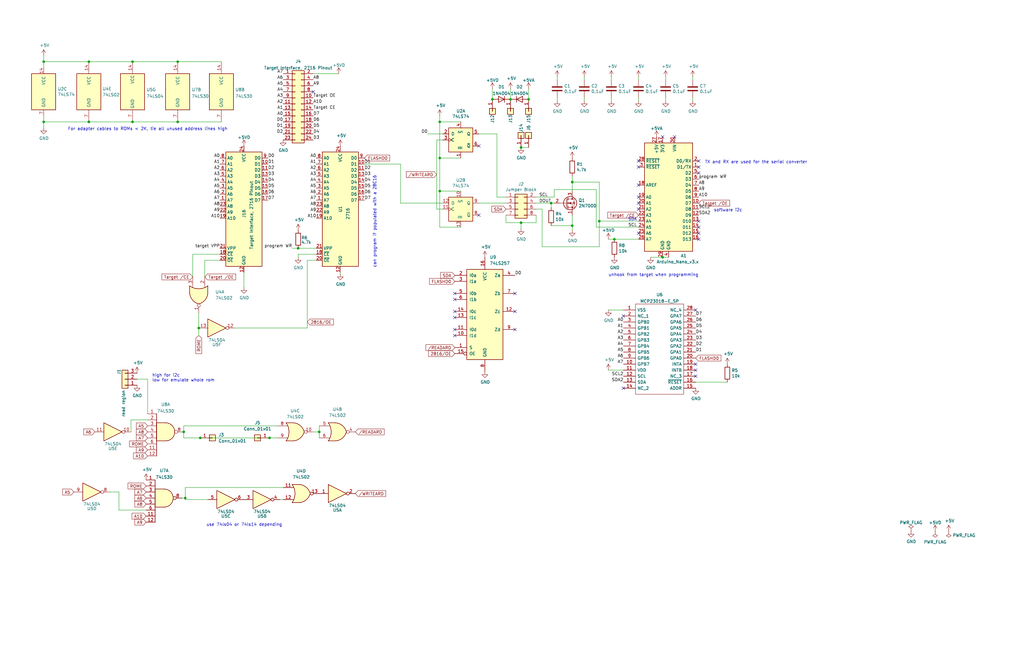
<source format=kicad_sch>
(kicad_sch (version 20211123) (generator eeschema)
  (paper "B")
  (title_block (title "Demon Debugger ROM-IO Interface - I2C Version") (date "2022-02-27") (rev "E"))
  (junction (at 241.3 95.25))
  (junction (at 55.88 26.035))
  (junction (at 252.73 93.345))
  (junction (at 55.88 51.435))
  (junction (at 125.73 104.775))
  (junction (at 215.265 41.91))
  (junction (at 219.71 62.23))
  (junction (at 232.41 85.725))
  (junction (at 18.415 26.035))
  (junction (at 185.42 66.675))
  (junction (at 259.08 100.965))
  (junction (at 279.4 108.585))
  (junction (at 84.455 184.785))
  (junction (at 185.42 80.645))
  (junction (at 74.93 51.435))
  (junction (at 37.465 26.035))
  (junction (at 37.465 51.435))
  (junction (at 74.93 26.035))
  (junction (at 18.415 51.435))
  (junction (at 78.105 210.185))
  (junction (at 207.645 41.91))
  (junction (at 241.3 76.835))
  (junction (at 185.42 51.435))
  (junction (at 219.71 93.98))
  (junction (at 113.665 184.785))
  (junction (at 222.885 41.91))
  (junction (at 77.47 182.245))
  (junction (at 83.82 138.43))
  (junction (at 134.62 182.245))
  (no_connect (at 201.93 61.595))
  (no_connect (at 279.4 57.785))
  (no_connect (at 132.08 38.735))
  (no_connect (at 293.37 153.67))
  (no_connect (at 262.89 163.83))
  (no_connect (at 294.64 93.345))
  (no_connect (at 269.24 67.945))
  (no_connect (at 284.48 57.785))
  (no_connect (at 293.37 156.21))
  (no_connect (at 269.24 70.485))
  (no_connect (at 191.77 123.825))
  (no_connect (at 191.77 126.365))
  (no_connect (at 217.17 123.825))
  (no_connect (at 191.77 131.445))
  (no_connect (at 191.77 133.985))
  (no_connect (at 217.17 131.445))
  (no_connect (at 191.77 139.065))
  (no_connect (at 191.77 141.605))
  (no_connect (at 217.17 139.065))
  (no_connect (at 294.64 70.485))
  (no_connect (at 294.64 98.425))
  (no_connect (at 269.24 78.105))
  (no_connect (at 269.24 88.265))
  (no_connect (at 269.24 85.725))
  (no_connect (at 269.24 83.185))
  (no_connect (at 269.24 98.425))
  (no_connect (at 294.64 95.885))
  (no_connect (at 294.64 67.945))
  (no_connect (at 294.64 100.965))
  (no_connect (at 262.89 133.35))
  (no_connect (at 294.64 73.025))
  (no_connect (at 293.37 130.81))
  (no_connect (at 201.93 90.805))
  (no_connect (at 293.37 158.75))
  (wire (pts (xy 256.54 100.965) (xy 259.08 100.965)))
  (wire (pts (xy 292.1 41.275) (xy 292.1 42.545)))
  (wire (pts (xy 252.73 76.835) (xy 252.73 93.345)))
  (wire (pts (xy 81.28 116.84) (xy 81.28 107.315)))
  (wire (pts (xy 201.93 56.515) (xy 209.55 56.515)))
  (wire (pts (xy 232.41 85.725) (xy 232.41 87.63)))
  (wire (pts (xy 185.42 66.675) (xy 194.31 66.675)))
  (wire (pts (xy 168.91 69.215) (xy 168.91 85.725)))
  (wire (pts (xy 233.68 83.185) (xy 233.68 80.01)))
  (wire (pts (xy 219.71 62.23) (xy 222.885 62.23)))
  (wire (pts (xy 292.1 32.385) (xy 292.1 33.655)))
  (wire (pts (xy 93.345 51.435) (xy 74.93 51.435)))
  (wire (pts (xy 256.54 156.21) (xy 262.89 156.21)))
  (wire (pts (xy 280.67 41.275) (xy 280.67 42.545)))
  (wire (pts (xy 55.88 26.035) (xy 37.465 26.035)))
  (wire (pts (xy 118.11 210.82) (xy 119.38 210.82)))
  (wire (pts (xy 37.465 26.035) (xy 18.415 26.035)))
  (wire (pts (xy 234.95 32.385) (xy 234.95 33.655)))
  (wire (pts (xy 74.93 51.435) (xy 55.88 51.435)))
  (wire (pts (xy 213.36 93.98) (xy 219.71 93.98)))
  (wire (pts (xy 215.265 37.465) (xy 215.265 41.91)))
  (wire (pts (xy 184.15 59.055) (xy 184.15 88.265)))
  (wire (pts (xy 219.71 93.98) (xy 226.06 93.98)))
  (wire (pts (xy 185.42 48.895) (xy 185.42 51.435)))
  (wire (pts (xy 241.3 76.835) (xy 241.3 80.645)))
  (wire (pts (xy 213.36 83.185) (xy 209.55 83.185)))
  (wire (pts (xy 134.62 182.245) (xy 134.62 179.705)))
  (wire (pts (xy 226.06 90.805) (xy 226.06 93.98)))
  (wire (pts (xy 133.35 109.855) (xy 129.54 109.855)))
  (wire (pts (xy 226.06 83.185) (xy 233.68 83.185)))
  (wire (pts (xy 86.36 109.855) (xy 92.71 109.855)))
  (wire (pts (xy 77.47 184.785) (xy 84.455 184.785)))
  (wire (pts (xy 280.67 32.385) (xy 280.67 33.655)))
  (wire (pts (xy 62.23 160.02) (xy 62.23 174.625)))
  (wire (pts (xy 87.63 210.82) (xy 78.105 210.82)))
  (wire (pts (xy 50.165 215.265) (xy 61.595 215.265)))
  (wire (pts (xy 234.95 41.275) (xy 234.95 42.545)))
  (wire (pts (xy 132.08 182.245) (xy 134.62 182.245)))
  (wire (pts (xy 62.23 177.165) (xy 55.245 177.165)))
  (wire (pts (xy 228.6 88.265) (xy 228.6 104.14)))
  (wire (pts (xy 241.3 76.835) (xy 252.73 76.835)))
  (wire (pts (xy 184.15 88.265) (xy 186.69 88.265)))
  (wire (pts (xy 180.34 56.515) (xy 186.69 56.515)))
  (wire (pts (xy 269.24 41.275) (xy 269.24 42.545)))
  (wire (pts (xy 86.36 116.84) (xy 86.36 109.855)))
  (wire (pts (xy 76.835 210.185) (xy 78.105 210.185)))
  (wire (pts (xy 50.165 207.645) (xy 50.165 215.265)))
  (wire (pts (xy 257.81 32.385) (xy 257.81 33.655)))
  (wire (pts (xy 257.81 41.275) (xy 257.81 42.545)))
  (wire (pts (xy 18.415 48.895) (xy 18.415 51.435)))
  (wire (pts (xy 251.46 80.01) (xy 251.46 95.885)))
  (wire (pts (xy 222.885 37.465) (xy 222.885 41.91)))
  (wire (pts (xy 269.24 93.345) (xy 252.73 93.345)))
  (wire (pts (xy 99.06 138.43) (xy 129.54 138.43)))
  (wire (pts (xy 168.91 85.725) (xy 186.69 85.725)))
  (wire (pts (xy 81.28 107.315) (xy 92.71 107.315)))
  (wire (pts (xy 132.08 31.115) (xy 142.875 31.115)))
  (wire (pts (xy 77.47 182.245) (xy 77.47 184.785)))
  (wire (pts (xy 246.38 32.385) (xy 246.38 33.655)))
  (wire (pts (xy 55.245 177.165) (xy 55.245 182.245)))
  (wire (pts (xy 123.19 104.775) (xy 125.73 104.775)))
  (wire (pts (xy 184.15 59.055) (xy 186.69 59.055)))
  (wire (pts (xy 232.41 85.725) (xy 233.68 85.725)))
  (wire (pts (xy 113.665 184.785) (xy 116.84 184.785)))
  (wire (pts (xy 251.46 95.885) (xy 269.24 95.885)))
  (wire (pts (xy 185.42 66.675) (xy 185.42 80.645)))
  (wire (pts (xy 57.785 160.02) (xy 62.23 160.02)))
  (wire (pts (xy 241.3 74.295) (xy 241.3 76.835)))
  (wire (pts (xy 185.42 51.435) (xy 194.31 51.435)))
  (wire (pts (xy 18.415 26.035) (xy 18.415 28.575)))
  (wire (pts (xy 279.4 108.585) (xy 281.94 108.585)))
  (wire (pts (xy 185.42 51.435) (xy 185.42 66.675)))
  (wire (pts (xy 134.62 182.245) (xy 134.62 184.785)))
  (wire (pts (xy 84.455 184.785) (xy 113.665 184.785)))
  (wire (pts (xy 125.73 104.775) (xy 133.35 104.775)))
  (wire (pts (xy 129.54 109.855) (xy 129.54 138.43)))
  (wire (pts (xy 269.24 32.385) (xy 269.24 33.655)))
  (wire (pts (xy 18.415 51.435) (xy 18.415 53.975)))
  (wire (pts (xy 78.105 210.185) (xy 78.105 210.82)))
  (wire (pts (xy 185.42 80.645) (xy 194.31 80.645)))
  (wire (pts (xy 293.37 161.29) (xy 306.705 161.29)))
  (wire (pts (xy 226.06 88.265) (xy 228.6 88.265)))
  (wire (pts (xy 274.32 108.585) (xy 279.4 108.585)))
  (wire (pts (xy 252.73 93.345) (xy 252.73 104.14)))
  (wire (pts (xy 77.47 179.705) (xy 77.47 182.245)))
  (wire (pts (xy 46.355 207.645) (xy 50.165 207.645)))
  (wire (pts (xy 233.68 80.01) (xy 251.46 80.01)))
  (wire (pts (xy 55.88 51.435) (xy 37.465 51.435)))
  (wire (pts (xy 209.55 83.185) (xy 209.55 56.515)))
  (wire (pts (xy 125.73 107.315) (xy 133.35 107.315)))
  (wire (pts (xy 201.93 85.725) (xy 213.36 85.725)))
  (wire (pts (xy 116.84 179.705) (xy 77.47 179.705)))
  (wire (pts (xy 241.3 90.805) (xy 241.3 95.25)))
  (wire (pts (xy 143.51 114.935) (xy 143.51 115.57)))
  (wire (pts (xy 83.82 132.08) (xy 83.82 138.43)))
  (wire (pts (xy 102.87 121.285) (xy 102.87 114.935)))
  (wire (pts (xy 153.67 69.215) (xy 168.91 69.215)))
  (wire (pts (xy 78.105 205.74) (xy 78.105 210.185)))
  (wire (pts (xy 232.41 95.25) (xy 241.3 95.25)))
  (wire (pts (xy 74.93 26.035) (xy 55.88 26.035)))
  (wire (pts (xy 246.38 41.275) (xy 246.38 42.545)))
  (wire (pts (xy 259.08 100.965) (xy 269.24 100.965)))
  (wire (pts (xy 185.42 80.645) (xy 185.42 95.885)))
  (wire (pts (xy 18.415 23.495) (xy 18.415 26.035)))
  (wire (pts (xy 228.6 104.14) (xy 252.73 104.14)))
  (wire (pts (xy 207.645 41.91) (xy 207.645 37.465)))
  (wire (pts (xy 37.465 51.435) (xy 18.415 51.435)))
  (wire (pts (xy 226.06 85.725) (xy 232.41 85.725)))
  (wire (pts (xy 219.71 93.98) (xy 219.71 96.52)))
  (wire (pts (xy 241.3 95.25) (xy 241.3 97.155)))
  (wire (pts (xy 256.54 130.81) (xy 262.89 130.81)))
  (wire (pts (xy 83.82 138.43) (xy 83.82 141.605)))
  (wire (pts (xy 213.36 90.805) (xy 213.36 93.98)))
  (wire (pts (xy 78.105 205.74) (xy 119.38 205.74)))
  (wire (pts (xy 185.42 95.885) (xy 194.31 95.885)))
  (wire (pts (xy 125.73 108.585) (xy 125.73 107.315)))
  (wire (pts (xy 93.345 26.035) (xy 74.93 26.035)))
  (text "TX and RX are used for the serial converter" (at 297.18 69.215 0) (effects (font (size 1.27 1.27)) (justify left bottom)))
  (text "For adapter cables to ROMs < 2K, tie all unused address lines high" (at 28.575 55.245 0) (effects (font (size 1.27 1.27)) (justify left bottom)))
  (text "can program if populated with a 28C16" (at 158.75 113.03 90) (effects (font (size 1.27 1.27)) (justify left bottom)))
  (text "high for i2c\nlow for emulate whole rom" (at 64.135 161.29 0) (effects (font (size 1.27 1.27)) (justify left bottom)))
  (text "use 74ls04 or 74ls14 depending" (at 86.995 222.25 0) (effects (font (size 1.27 1.27)) (justify left bottom)))
  (text "SDA" (at 264.795 93.345 0) (effects (font (size 1.27 1.27)) (justify left bottom)))
  (text "unhook from target when programming" (at 256.54 116.84 0) (effects (font (size 1.27 1.27)) (justify left bottom)))
  (text "software i2c" (at 300.99 89.535 0) (effects (font (size 1.27 1.27)) (justify left bottom)))
  (label "D4" (at 293.37 140.97 0))
  (label "A5" (at 92.71 79.375 180))
  (label "target VPP" (at 92.71 104.775 180))
  (label "A4" (at 133.35 76.835 180))
  (label "A10" (at 133.35 92.075 180))
  (label "A9" (at 92.71 89.535 180))
  (label "D6" (at 153.67 81.915 0))
  (label "A10" (at 92.71 92.075 180))
  (label "A10" (at 294.64 83.185 0))
  (label "D2" (at 153.67 71.755 0))
  (label "D6" (at 293.37 135.89 0))
  (label "D7" (at 153.67 84.455 0))
  (label "A9" (at 294.64 80.645 0))
  (label "A6" (at 92.71 81.915 180))
  (label "D1" (at 119.38 53.975 180))
  (label "Target CE" (at 132.08 46.355 0))
  (label "program WR" (at 123.19 104.775 180))
  (label "A1" (at 133.35 69.215 180))
  (label "D4" (at 113.03 76.835 0))
  (label "A1" (at 92.71 69.215 180))
  (label "A3" (at 262.89 143.51 180))
  (label "A1" (at 262.89 138.43 180))
  (label "A4" (at 119.38 38.735 180))
  (label "A8" (at 132.08 33.655 0))
  (label "A3" (at 133.35 74.295 180))
  (label "D2" (at 119.38 56.515 180))
  (label "D0" (at 119.38 51.435 180))
  (label "D3" (at 113.03 74.295 0))
  (label "SCL2" (at 294.64 88.265 0))
  (label "A7" (at 119.38 31.115 180))
  (label "D7" (at 113.03 84.455 0))
  (label "A2" (at 119.38 43.815 180))
  (label "A7" (at 133.35 84.455 180))
  (label "SDA2" (at 262.89 161.29 180))
  (label "A2" (at 92.71 71.755 180))
  (label "A6" (at 133.35 81.915 180))
  (label "D5" (at 113.03 79.375 0))
  (label "D4" (at 153.67 76.835 0))
  (label "D7" (at 293.37 133.35 0))
  (label "D0" (at 113.03 66.675 0))
  (label "D6" (at 132.08 51.435 0))
  (label "DOUT" (at 227.33 85.725 0))
  (label "A3" (at 119.38 41.275 180))
  (label "A2" (at 133.35 71.755 180))
  (label "A0" (at 133.35 66.675 180))
  (label "A3" (at 92.71 74.295 180))
  (label "A2" (at 262.89 140.97 180))
  (label "A4" (at 262.89 146.05 180))
  (label "SDA2" (at 294.64 90.805 0))
  (label "A5" (at 133.35 79.375 180))
  (label "D5" (at 293.37 138.43 0))
  (label "A8" (at 294.64 78.105 0))
  (label "A10" (at 132.08 43.815 0))
  (label "A9" (at 133.35 89.535 180))
  (label "D2" (at 113.03 71.755 0))
  (label "Target OE" (at 132.08 41.275 0))
  (label "D0" (at 217.17 116.205 0))
  (label "A7" (at 92.71 84.455 180))
  (label "A0" (at 262.89 135.89 180))
  (label "D3" (at 132.08 59.055 0))
  (label "D3" (at 153.67 74.295 0))
  (label "A1" (at 119.38 46.355 180))
  (label "A7" (at 262.89 153.67 180))
  (label "A0" (at 119.38 48.895 180))
  (label "A5" (at 262.89 148.59 180))
  (label "D7" (at 132.08 48.895 0))
  (label "A8" (at 133.35 86.995 180))
  (label "D6" (at 113.03 81.915 0))
  (label "D5" (at 132.08 53.975 0))
  (label "D1" (at 113.03 69.215 0))
  (label "A0" (at 92.71 66.675 180))
  (label "D1" (at 293.37 148.59 0))
  (label "D4" (at 132.08 56.515 0))
  (label "SCL" (at 268.605 95.885 180))
  (label "D5" (at 153.67 79.375 0))
  (label "A4" (at 92.71 76.835 180))
  (label "A6" (at 262.89 151.13 180))
  (label "A6" (at 119.38 33.655 180))
  (label "A9" (at 132.08 36.195 0))
  (label "D3" (at 293.37 143.51 0))
  (label "D0" (at 180.34 56.515 180))
  (label "SCL" (at 227.33 83.185 0))
  (label "D1" (at 153.67 69.215 0))
  (label "A8" (at 92.71 86.995 180))
  (label "SCL2" (at 262.89 158.75 180))
  (label "program WR" (at 294.64 75.565 0))
  (label "A5" (at 119.38 36.195 180))
  (label "D2" (at 293.37 146.05 0))
  (global_label "{slash}READARD" (shape input) (at 191.77 146.685 180) (property "Intersheet References" "${INTERSHEET_REFS}" (effects hide)))
  (global_label "ROME" (shape input) (at 62.23 187.325 180) (property "Intersheet References" "${INTERSHEET_REFS}" (effects hide)))
  (global_label "ROME" (shape input) (at 61.595 205.105 180) (property "Intersheet References" "${INTERSHEET_REFS}" (effects hide)))
  (global_label "A7" (shape input) (at 62.23 184.785 180) (property "Intersheet References" "${INTERSHEET_REFS}" (effects hide)))
  (global_label "FLASHD0" (shape input) (at 293.37 151.13 0) (property "Intersheet References" "${INTERSHEET_REFS}" (effects hide)))
  (global_label "FLASHD0" (shape input) (at 153.67 66.675 0) (property "Intersheet References" "${INTERSHEET_REFS}" (effects hide)))
  (global_label "{slash}WRITEARD" (shape input) (at 184.15 73.66 180) (property "Intersheet References" "${INTERSHEET_REFS}" (effects hide)))
  (global_label "ROME" (shape input) (at 83.82 141.605 270) (property "Intersheet References" "${INTERSHEET_REFS}" (effects hide)))
  (global_label "Target {slash}CE" (shape input) (at 269.24 90.805 180) (property "Intersheet References" "${INTERSHEET_REFS}" (effects hide)))
  (global_label "{slash}READARD" (shape input) (at 149.86 182.245 0) (property "Intersheet References" "${INTERSHEET_REFS}" (effects hide)))
  (global_label "Target {slash}OE" (shape input) (at 86.36 116.84 0) (property "Intersheet References" "${INTERSHEET_REFS}" (effects hide)))
  (global_label "2816{slash}OE" (shape input) (at 129.54 135.89 0) (property "Intersheet References" "${INTERSHEET_REFS}" (effects hide)))
  (global_label "A10" (shape input) (at 62.23 192.405 180) (property "Intersheet References" "${INTERSHEET_REFS}" (effects hide)))
  (global_label "A8" (shape input) (at 62.23 182.245 180) (property "Intersheet References" "${INTERSHEET_REFS}" (effects hide)))
  (global_label "A5" (shape input) (at 31.115 207.645 180) (property "Intersheet References" "${INTERSHEET_REFS}" (effects hide)))
  (global_label "A5" (shape input) (at 62.23 179.705 180) (property "Intersheet References" "${INTERSHEET_REFS}" (effects hide)))
  (global_label "A9" (shape input) (at 62.23 189.865 180) (property "Intersheet References" "${INTERSHEET_REFS}" (effects hide)))
  (global_label "A6" (shape input) (at 40.005 182.245 180) (property "Intersheet References" "${INTERSHEET_REFS}" (effects hide)))
  (global_label "A10" (shape input) (at 61.595 217.805 180) (property "Intersheet References" "${INTERSHEET_REFS}" (effects hide)))
  (global_label "SDA" (shape input) (at 213.36 88.265 180) (property "Intersheet References" "${INTERSHEET_REFS}" (effects hide)))
  (global_label "SDA" (shape input) (at 191.77 116.205 180) (property "Intersheet References" "${INTERSHEET_REFS}" (effects hide)))
  (global_label "A9" (shape input) (at 61.595 220.345 180) (property "Intersheet References" "${INTERSHEET_REFS}" (effects hide)))
  (global_label "A7" (shape input) (at 61.595 207.645 180) (property "Intersheet References" "${INTERSHEET_REFS}" (effects hide)))
  (global_label "FLASHD0" (shape input) (at 191.77 118.745 180) (property "Intersheet References" "${INTERSHEET_REFS}" (effects hide)))
  (global_label "Target {slash}CE" (shape input) (at 81.28 116.84 180) (property "Intersheet References" "${INTERSHEET_REFS}" (effects hide)))
  (global_label "A6" (shape input) (at 61.595 210.185 180) (property "Intersheet References" "${INTERSHEET_REFS}" (effects hide)))
  (global_label "2816{slash}OE" (shape input) (at 191.77 149.225 180) (property "Intersheet References" "${INTERSHEET_REFS}" (effects hide)))
  (global_label "A8" (shape input) (at 61.595 212.725 180) (property "Intersheet References" "${INTERSHEET_REFS}" (effects hide)))
  (global_label "Target {slash}OE" (shape input) (at 294.64 85.725 0) (property "Intersheet References" "${INTERSHEET_REFS}" (effects hide)))
  (global_label "{slash}WRITEARD" (shape input) (at 149.86 208.28 0) (property "Intersheet References" "${INTERSHEET_REFS}" (effects hide)))
  (symbol (lib_id "power:GND") (at 143.51 115.57 0) (unit 1)
    (property "Reference" "#PWR0101" (effects hide))
    (property "Value" "GND" (at 143.637 119.9642 0))
  )
  (symbol (lib_id "power:+5V") (at 143.51 61.595 0) (unit 1)
    (property "Reference" "#PWR0103" (effects hide))
    (property "Value" "+5V" (at 143.891 57.2008 0))
  )
  (symbol (lib_id "power:GND") (at 241.3 97.155 0) (unit 1)
    (property "Reference" "#PWR0106" (effects hide))
    (property "Value" "GND" (at 241.427 101.5492 0))
  )
  (symbol (lib_id "Memory_EPROM:2716") (at 143.51 86.995 0) (unit 1)
    (property "Reference" "U1" (at 143.51 88.265 90))
    (property "Value" "2716" (at 146.685 90.17 90))
    (property "Footprint" "Package_DIP:DIP-24_W15.24mm_Socket" (effects hide))
    (property "Datasheet" "http://ww1.microchip.com/downloads/en/DeviceDoc/11107M.pdf" (effects hide))
  )
  (symbol (lib_id "Memory_EPROM:2716") (at 102.87 86.995 0) (unit 1)
    (property "Reference" "J16" (at 102.87 90.17 90))
    (property "Value" "Target Interface, 2716 Pinout" (at 106.045 90.805 90))
    (property "Footprint" "Package_DIP:DIP-24_W15.24mm_Socket" (effects hide))
    (property "Datasheet" "http://ww1.microchip.com/downloads/en/DeviceDoc/11107M.pdf" (effects hide))
  )
  (symbol (lib_id "74xx:74HC74") (at 194.31 59.055 0) (unit 1)
    (property "Reference" "U2" (at 194.31 46.8376 0))
    (property "Value" "74LS74" (at 194.31 49.149 0))
    (property "Footprint" "Package_DIP:DIP-14_W7.62mm" (effects hide))
    (property "Datasheet" "74xx/74hc_hct74.pdf" (effects hide))
  )
  (symbol (lib_id "74xx:74HC74") (at 194.31 88.265 0) (unit 2)
    (property "Reference" "U2" (at 194.31 76.0476 0))
    (property "Value" "74LS74" (at 194.31 78.359 0))
    (property "Footprint" "Package_DIP:DIP-14_W7.62mm" (effects hide))
    (property "Datasheet" "74xx/74hc_hct74.pdf" (effects hide))
  )
  (symbol (lib_id "74xx:74HC74") (at 18.415 38.735 0) (unit 3)
    (property "Reference" "U2" (at 24.257 37.5666 0) (effects (justify left)))
    (property "Value" "74LS74" (at 24.257 39.878 0) (effects (justify left)))
    (property "Footprint" "Package_DIP:DIP-14_W7.62mm" (effects hide))
    (property "Datasheet" "74xx/74hc_hct74.pdf" (effects hide))
  )
  (symbol (lib_id "power:+5V") (at 18.415 23.495 0) (unit 1)
    (property "Reference" "#PWR0112" (effects hide))
    (property "Value" "+5V" (at 18.796 19.1008 0))
  )
  (symbol (lib_id "power:GND") (at 18.415 53.975 0) (unit 1)
    (property "Reference" "#PWR0113" (effects hide))
    (property "Value" "GND" (at 18.542 58.3692 0))
  )
  (symbol (lib_id "Device:C") (at 234.95 37.465 0) (unit 1)
    (property "Reference" "C1" (at 237.871 36.2966 0) (effects (justify left)))
    (property "Value" "0.1uF" (at 237.871 38.608 0) (effects (justify left)))
    (property "Footprint" "Capacitor_THT:C_Axial_L3.8mm_D2.6mm_P7.50mm_Horizontal" (effects hide))
  )
  (symbol (lib_id "power:+5V") (at 234.95 32.385 0) (unit 1)
    (property "Reference" "#PWR0114" (effects hide))
    (property "Value" "+5V" (at 235.331 27.9908 0))
  )
  (symbol (lib_id "power:GND") (at 234.95 42.545 0) (unit 1)
    (property "Reference" "#PWR0115" (effects hide))
    (property "Value" "GND" (at 235.077 46.9392 0))
  )
  (symbol (lib_id "Device:C") (at 246.38 37.465 0) (unit 1)
    (property "Reference" "C2" (at 249.301 36.2966 0) (effects (justify left)))
    (property "Value" "0.1uF" (at 249.301 38.608 0) (effects (justify left)))
    (property "Footprint" "Capacitor_THT:C_Axial_L3.8mm_D2.6mm_P7.50mm_Horizontal" (effects hide))
  )
  (symbol (lib_id "power:+5V") (at 246.38 32.385 0) (unit 1)
    (property "Reference" "#PWR0116" (effects hide))
    (property "Value" "+5V" (at 246.761 27.9908 0))
  )
  (symbol (lib_id "power:GND") (at 246.38 42.545 0) (unit 1)
    (property "Reference" "#PWR0117" (effects hide))
    (property "Value" "GND" (at 246.507 46.9392 0))
  )
  (symbol (lib_id "Device:C") (at 257.81 37.465 0) (unit 1)
    (property "Reference" "C3" (at 260.731 36.2966 0) (effects (justify left)))
    (property "Value" "0.1uF" (at 260.731 38.608 0) (effects (justify left)))
    (property "Footprint" "Capacitor_THT:C_Axial_L3.8mm_D2.6mm_P7.50mm_Horizontal" (effects hide))
  )
  (symbol (lib_id "power:+5V") (at 257.81 32.385 0) (unit 1)
    (property "Reference" "#PWR0118" (effects hide))
    (property "Value" "+5V" (at 258.191 27.9908 0))
  )
  (symbol (lib_id "power:GND") (at 257.81 42.545 0) (unit 1)
    (property "Reference" "#PWR0119" (effects hide))
    (property "Value" "GND" (at 257.937 46.9392 0))
  )
  (symbol (lib_id "Transistor_FET:2N7000") (at 238.76 85.725 0) (unit 1)
    (property "Reference" "Q1" (at 243.9416 84.5566 0) (effects (justify left)))
    (property "Value" "2N7000" (at 243.9416 86.868 0) (effects (justify left)))
    (property "Footprint" "Package_TO_SOT_THT:TO-92_Wide" (effects hide))
    (property "Datasheet" "https://www.onsemi.com/pub/Collateral/NDS7002A-D.PDF" (effects hide))
  )
  (symbol (lib_id "power:GND") (at 274.32 108.585 0) (unit 1)
    (property "Reference" "#PWR0108" (effects hide))
    (property "Value" "GND" (at 274.447 112.9792 0))
  )
  (symbol (lib_id "MCU_Module:Arduino_Nano_v3.x") (at 281.94 83.185 0) (mirror y) (unit 1)
    (property "Reference" "A1" (at 288.29 107.95 0))
    (property "Value" "Arduino_Nano_v3.x" (at 285.75 110.49 0))
    (property "Footprint" "Module:Arduino_Nano" (effects hide))
    (property "Datasheet" "http://www.mouser.com/pdfdocs/Gravitech_Arduino_Nano3_0.pdf" (effects hide))
  )
  (symbol (lib_id "Device:R") (at 241.3 70.485 0) (unit 1)
    (property "Reference" "R1" (at 243.078 69.3166 0) (effects (justify left)))
    (property "Value" "4.7k" (at 243.078 71.628 0) (effects (justify left)))
    (property "Footprint" "Resistor_THT:R_Axial_DIN0207_L6.3mm_D2.5mm_P2.54mm_Vertical" (effects hide))
  )
  (symbol (lib_id "power:+5V") (at 241.3 66.675 0) (unit 1)
    (property "Reference" "#PWR0109" (effects hide))
    (property "Value" "+5V" (at 241.681 62.2808 0))
  )
  (symbol (lib_id "power:GND") (at 125.73 108.585 0) (unit 1)
    (property "Reference" "#PWR0111" (effects hide))
    (property "Value" "GND" (at 125.857 112.9792 0))
  )
  (symbol (lib_id "power:+5V") (at 185.42 48.895 0) (unit 1)
    (property "Reference" "#PWR0110" (effects hide))
    (property "Value" "+5V" (at 185.801 44.5008 0))
  )
  (symbol (lib_id "power:GND") (at 219.71 96.52 0) (unit 1)
    (property "Reference" "#PWR0121" (effects hide))
    (property "Value" "GND" (at 219.837 100.9142 0))
  )
  (symbol (lib_id "Connector_Generic:Conn_02x04_Odd_Even") (at 218.44 85.725 0) (unit 1)
    (property "Reference" "J2" (at 219.71 77.6732 0))
    (property "Value" "Jumper Block" (at 219.71 79.9846 0))
    (property "Footprint" "Connector_PinHeader_2.54mm:PinHeader_2x04_P2.54mm_Vertical" (effects hide))
  )
  (symbol (lib_id "Device:C") (at 269.24 37.465 0) (unit 1)
    (property "Reference" "C4" (at 272.161 36.2966 0) (effects (justify left)))
    (property "Value" "0.1uF" (at 272.161 38.608 0) (effects (justify left)))
    (property "Footprint" "Capacitor_THT:C_Axial_L3.8mm_D2.6mm_P7.50mm_Horizontal" (effects hide))
  )
  (symbol (lib_id "power:+5V") (at 269.24 32.385 0) (unit 1)
    (property "Reference" "#PWR0128" (effects hide))
    (property "Value" "+5V" (at 269.621 27.9908 0))
  )
  (symbol (lib_id "power:GND") (at 269.24 42.545 0) (unit 1)
    (property "Reference" "#PWR0125" (effects hide))
    (property "Value" "GND" (at 269.367 46.9392 0))
  )
  (symbol (lib_id "Device:C") (at 280.67 37.465 0) (unit 1)
    (property "Reference" "C5" (at 283.591 36.2966 0) (effects (justify left)))
    (property "Value" "0.1uF" (at 283.591 38.608 0) (effects (justify left)))
    (property "Footprint" "Capacitor_THT:C_Axial_L3.8mm_D2.6mm_P7.50mm_Horizontal" (effects hide))
  )
  (symbol (lib_id "power:+5V") (at 280.67 32.385 0) (unit 1)
    (property "Reference" "#PWR0129" (effects hide))
    (property "Value" "+5V" (at 281.051 27.9908 0))
  )
  (symbol (lib_id "power:GND") (at 280.67 42.545 0) (unit 1)
    (property "Reference" "#PWR0130" (effects hide))
    (property "Value" "GND" (at 280.797 46.9392 0))
  )
  (symbol (lib_id "power:+5VD") (at 394.335 224.155 0) (unit 1)
    (property "Reference" "#PWR0124" (effects hide))
    (property "Value" "+5VD" (at 394.335 220.5505 0))
  )
  (symbol (lib_id "74xx:74LS30") (at 69.85 182.245 0) (unit 1)
    (property "Reference" "U8" (at 69.85 170.6585 0))
    (property "Value" "74LS30" (at 69.85 173.4336 0))
    (property "Footprint" "Package_DIP:DIP-14_W7.62mm" (effects hide))
    (property "Datasheet" "http://www.ti.com/lit/gpn/sn74LS30" (effects hide))
  )
  (symbol (lib_id "74xx:74LS02") (at 127 208.28 0) (unit 4)
    (property "Reference" "U4" (at 127 198.755 0))
    (property "Value" "74LS02" (at 127 201.295 0))
    (property "Footprint" "Package_DIP:DIP-14_W7.62mm" (effects hide))
    (property "Datasheet" "http://www.ti.com/lit/gpn/sn74ls02" (effects hide))
  )
  (symbol (lib_id "mouser:MCP23018-E_SP") (at 262.89 130.81 0) (unit 1)
    (property "Reference" "U6" (at 278.13 124.3543 0))
    (property "Value" "MCP23018-E_SP" (at 278.13 127.1294 0))
    (property "Footprint" "Package_DIP:DIP-28_W7.62mm" (effects hide))
    (property "Datasheet" "https://componentsearchengine.com/Datasheets/1/MCP23018-E_SP.pdf" (effects hide))
    (property "Description" "Microchip MCP23018-E/SP I/O Expander, 28-Pin SPDIP" (effects hide))
    (property "Height" "5.08" (effects hide))
    (property "Mouser Part Number" "579-MCP23018-E/SP" (effects hide))
    (property "Mouser Price/Stock" "https://www.mouser.co.uk/ProductDetail/Microchip-Technology/MCP23018-E-SP?qs=rTzW0HAgjYPi3CrOYquyXg%3D%3D" (effects hide))
    (property "Manufacturer_Name" "Microchip" (effects hide))
    (property "Manufacturer_Part_Number" "MCP23018-E/SP" (effects hide))
  )
  (symbol (lib_id "Device:R") (at 306.705 157.48 0) (unit 1)
    (property "Reference" "R5" (at 308.483 156.3116 0) (effects (justify left)))
    (property "Value" "10k" (at 308.483 158.623 0) (effects (justify left)))
    (property "Footprint" "Resistor_THT:R_Axial_DIN0207_L6.3mm_D2.5mm_P2.54mm_Vertical" (effects hide))
  )
  (symbol (lib_id "power:+5VD") (at 142.875 31.115 0) (unit 1)
    (property "Reference" "#PWR0134" (effects hide))
    (property "Value" "+5VD" (at 142.875 27.5105 0))
  )
  (symbol (lib_id "power:+5VA") (at 276.86 57.785 0) (unit 1)
    (property "Reference" "#PWR0131" (effects hide))
    (property "Value" "+5VA" (at 276.86 54.1805 0))
  )
  (symbol (lib_id "Connector_Generic:Conn_01x01") (at 207.645 46.99 270) (unit 1)
    (property "Reference" "J12" (at 207.645 50.165 0))
    (property "Value" "Conn_01x01" (effects hide))
    (property "Footprint" "Connector_PinHeader_2.54mm:PinHeader_1x01_P2.54mm_Vertical" (effects hide))
  )
  (symbol (lib_id "power:+5V") (at 204.47 108.585 0) (unit 1)
    (property "Reference" "#PWR0126" (effects hide))
    (property "Value" "+5V" (at 204.851 104.1908 0))
  )
  (symbol (lib_id "74xx:74LS04") (at 47.625 182.245 0) (unit 5)
    (property "Reference" "U5" (at 47.625 189.23 0))
    (property "Value" "74LS04" (at 47.625 187.325 0))
    (property "Footprint" "Package_DIP:DIP-14_W7.62mm" (effects hide))
    (property "Datasheet" "http://www.ti.com/lit/gpn/sn74LS04" (effects hide))
  )
  (symbol (lib_id "power:GND") (at 102.87 121.285 0) (unit 1)
    (property "Reference" "#PWR0140" (effects hide))
    (property "Value" "GND" (at 102.997 125.6792 0))
  )
  (symbol (lib_id "74xx:74LS02") (at 37.465 38.735 0) (unit 5)
    (property "Reference" "U4" (at 43.18 37.465 0) (effects (justify left)))
    (property "Value" "74LS02" (at 43.18 40.005 0) (effects (justify left)))
    (property "Footprint" "Package_DIP:DIP-14_W7.62mm" (effects hide))
    (property "Datasheet" "http://www.ti.com/lit/gpn/sn74ls02" (effects hide))
  )
  (symbol (lib_id "74xx:74LS30") (at 93.345 38.735 0) (unit 2)
    (property "Reference" "U8" (at 99.187 37.8265 0) (effects (justify left)))
    (property "Value" "74LS30" (at 99.187 40.6016 0) (effects (justify left)))
    (property "Footprint" "Package_DIP:DIP-14_W7.62mm" (effects hide))
    (property "Datasheet" "http://www.ti.com/lit/gpn/sn74LS30" (effects hide))
  )
  (symbol (lib_id "Connector_Generic:Conn_01x01") (at 222.885 57.15 90) (unit 1)
    (property "Reference" "J6" (at 222.885 53.975 0))
    (property "Value" "Conn_01x01" (effects hide))
    (property "Footprint" "Connector_PinHeader_2.54mm:PinHeader_1x01_P2.54mm_Vertical" (effects hide))
  )
  (symbol (lib_id "power:+5V") (at 256.54 156.21 0) (unit 1)
    (property "Reference" "#PWR0120" (effects hide))
    (property "Value" "+5V" (at 256.921 151.8158 0))
  )
  (symbol (lib_id "Connector_Generic:Conn_01x01") (at 219.71 57.15 90) (unit 1)
    (property "Reference" "J14" (at 219.71 53.975 0))
    (property "Value" "Conn_01x01" (effects hide))
    (property "Footprint" "Connector_PinHeader_2.54mm:PinHeader_1x01_P2.54mm_Vertical" (effects hide))
  )
  (symbol (lib_id "power:GND") (at 256.54 130.81 0) (unit 1)
    (property "Reference" "#PWR0105" (effects hide))
    (property "Value" "GND" (at 256.667 135.2042 0))
  )
  (symbol (lib_id "74xx:74LS04") (at 110.49 210.82 0) (unit 2)
    (property "Reference" "U5" (at 110.49 217.805 0))
    (property "Value" "74LS04" (at 110.49 215.9 0))
    (property "Footprint" "Package_DIP:DIP-14_W7.62mm" (effects hide))
    (property "Datasheet" "http://www.ti.com/lit/gpn/sn74LS04" (effects hide))
  )
  (symbol (lib_id "Connector_Generic:Conn_01x03") (at 52.705 160.02 180) (unit 1)
    (property "Reference" "J1" (at 50.165 158.115 90) (effects (justify right)))
    (property "Value" "read region" (at 52.07 175.895 90) (effects (justify right)))
    (property "Footprint" "Connector_PinHeader_2.54mm:PinHeader_1x03_P2.54mm_Vertical" (effects hide))
  )
  (symbol (lib_id "Device:C") (at 292.1 37.465 0) (unit 1)
    (property "Reference" "C7" (at 295.021 36.2966 0) (effects (justify left)))
    (property "Value" "0.1uF" (at 295.021 38.608 0) (effects (justify left)))
    (property "Footprint" "Capacitor_THT:C_Axial_L3.8mm_D2.6mm_P7.50mm_Horizontal" (effects hide))
  )
  (symbol (lib_id "power:GND") (at 293.37 163.83 0) (unit 1)
    (property "Reference" "#PWR0122" (effects hide))
    (property "Value" "GND" (at 293.497 168.2242 0))
  )
  (symbol (lib_id "power:PWR_FLAG") (at 400.05 224.155 180) (unit 1)
    (property "Reference" "#FLG0103" (effects hide))
    (property "Value" "PWR_FLAG" (at 401.701 225.904 0) (effects (justify right)))
  )
  (symbol (lib_id "power:+5V") (at 215.265 37.465 0) (unit 1)
    (property "Reference" "#PWR0136" (effects hide))
    (property "Value" "+5V" (at 215.646 33.0708 0))
  )
  (symbol (lib_id "74xx:74LS02") (at 124.46 182.245 0) (unit 3)
    (property "Reference" "U4" (at 124.46 173.355 0))
    (property "Value" "74LS02" (at 124.46 175.895 0))
    (property "Footprint" "Package_DIP:DIP-14_W7.62mm" (effects hide))
    (property "Datasheet" "http://www.ti.com/lit/gpn/sn74ls02" (effects hide))
  )
  (symbol (lib_id "power:GND") (at 292.1 42.545 0) (unit 1)
    (property "Reference" "#PWR0102" (effects hide))
    (property "Value" "GND" (at 292.227 46.9392 0))
  )
  (symbol (lib_id "74xx:74LS04") (at 95.25 210.82 0) (unit 3)
    (property "Reference" "U5" (at 95.25 217.805 0))
    (property "Value" "74LS04" (at 95.25 215.9 0))
    (property "Footprint" "Package_DIP:DIP-14_W7.62mm" (effects hide))
    (property "Datasheet" "http://www.ti.com/lit/gpn/sn74LS04" (effects hide))
  )
  (symbol (lib_id "74xx:74LS04") (at 91.44 138.43 0) (unit 6)
    (property "Reference" "U5" (at 91.44 145.415 0))
    (property "Value" "74LS04" (at 91.44 143.51 0))
    (property "Footprint" "Package_DIP:DIP-14_W7.62mm" (effects hide))
    (property "Datasheet" "http://www.ti.com/lit/gpn/sn74LS04" (effects hide))
  )
  (symbol (lib_id "Device:R") (at 259.08 104.775 0) (unit 1)
    (property "Reference" "R8" (at 260.858 103.6066 0) (effects (justify left)))
    (property "Value" "10k" (at 260.858 105.918 0) (effects (justify left)))
    (property "Footprint" "Resistor_THT:R_Axial_DIN0207_L6.3mm_D2.5mm_P2.54mm_Vertical" (effects hide))
  )
  (symbol (lib_id "74xx:74LS02") (at 83.82 124.46 270) (unit 1)
    (property "Reference" "U4" (at 90.805 123.1899 90) (effects (justify left)))
    (property "Value" "74LS02" (at 90.805 125.7299 90) (effects (justify left)))
    (property "Footprint" "Package_DIP:DIP-14_W7.62mm" (effects hide))
    (property "Datasheet" "http://www.ti.com/lit/gpn/sn74ls02" (effects hide))
  )
  (symbol (lib_id "Device:R") (at 125.73 100.965 0) (unit 1)
    (property "Reference" "R6" (at 127 100.33 0) (effects (justify left)))
    (property "Value" "4.7k" (at 127 102.235 0) (effects (justify left)))
    (property "Footprint" "Resistor_THT:R_Axial_DIN0207_L6.3mm_D2.5mm_P2.54mm_Vertical" (effects hide))
  )
  (symbol (lib_id "74xx:74LS30") (at 74.93 38.735 0) (unit 2)
    (property "Reference" "U7" (at 80.772 37.8265 0) (effects (justify left)))
    (property "Value" "74LS30" (at 80.772 40.6016 0) (effects (justify left)))
    (property "Footprint" "Package_DIP:DIP-14_W7.62mm" (effects hide))
    (property "Datasheet" "http://www.ti.com/lit/gpn/sn74LS30" (effects hide))
  )
  (symbol (lib_id "power:+5V") (at 292.1 32.385 0) (unit 1)
    (property "Reference" "#PWR0104" (effects hide))
    (property "Value" "+5V" (at 292.481 27.9908 0))
  )
  (symbol (lib_id "power:GND") (at 384.175 224.155 0) (unit 1)
    (property "Reference" "#PWR0127" (effects hide))
    (property "Value" "GND" (at 384.302 228.5492 0))
  )
  (symbol (lib_id "power:PWR_FLAG") (at 384.175 224.155 0) (unit 1)
    (property "Reference" "#FLG0102" (effects hide))
    (property "Value" "PWR_FLAG" (at 384.175 220.5505 0))
  )
  (symbol (lib_id "74xx:74LS04") (at 55.88 38.735 0) (unit 7)
    (property "Reference" "U5" (at 61.722 37.8265 0) (effects (justify left)))
    (property "Value" "74LS04" (at 61.722 40.6016 0) (effects (justify left)))
    (property "Footprint" "Package_DIP:DIP-14_W7.62mm" (effects hide))
    (property "Datasheet" "http://www.ti.com/lit/gpn/sn74LS04" (effects hide))
  )
  (symbol (lib_id "power:GND") (at 119.38 59.055 0) (unit 1)
    (property "Reference" "#PWR0135" (effects hide))
    (property "Value" "GND" (at 119.507 63.4492 0))
  )
  (symbol (lib_id "74xx:74LS30") (at 69.215 210.185 0) (unit 1)
    (property "Reference" "U7" (at 69.215 198.5985 0))
    (property "Value" "74LS30" (at 69.215 201.3736 0))
    (property "Footprint" "Package_DIP:DIP-14_W7.62mm" (effects hide))
    (property "Datasheet" "http://www.ti.com/lit/gpn/sn74LS30" (effects hide))
  )
  (symbol (lib_id "power:GND") (at 57.785 162.56 0) (unit 1)
    (property "Reference" "#PWR0141" (effects hide))
    (property "Value" "GND" (at 57.912 166.9542 0))
  )
  (symbol (lib_id "74xx:74LS04") (at 38.735 207.645 0) (unit 4)
    (property "Reference" "U5" (at 38.735 214.63 0))
    (property "Value" "74LS04" (at 38.735 212.725 0))
    (property "Footprint" "Package_DIP:DIP-14_W7.62mm" (effects hide))
    (property "Datasheet" "http://www.ti.com/lit/gpn/sn74LS04" (effects hide))
  )
  (symbol (lib_id "Device:R") (at 232.41 91.44 0) (unit 1)
    (property "Reference" "R4" (at 234.188 90.2716 0) (effects (justify left)))
    (property "Value" "10k" (at 234.188 92.583 0) (effects (justify left)))
    (property "Footprint" "Resistor_THT:R_Axial_DIN0207_L6.3mm_D2.5mm_P2.54mm_Vertical" (effects hide))
  )
  (symbol (lib_id "74xx:74LS257") (at 204.47 131.445 0) (unit 1)
    (property "Reference" "U9" (at 206.4894 108.585 0) (effects (justify left)))
    (property "Value" "74LS257" (at 206.4894 111.125 0) (effects (justify left)))
    (property "Footprint" "Package_DIP:DIP-16_W7.62mm" (effects hide))
    (property "Datasheet" "http://www.ti.com/lit/gpn/sn74LS257" (effects hide))
  )
  (symbol (lib_id "power:+5VD") (at 102.87 61.595 0) (unit 1)
    (property "Reference" "#PWR0132" (effects hide))
    (property "Value" "+5VD" (at 102.87 57.9905 0))
  )
  (symbol (lib_id "Connector_Generic:Conn_01x01") (at 222.885 46.99 270) (unit 1)
    (property "Reference" "J15" (at 222.885 50.165 0))
    (property "Value" "Conn_01x01" (effects hide))
    (property "Footprint" "Connector_PinHeader_2.54mm:PinHeader_1x01_P2.54mm_Vertical" (effects hide))
  )
  (symbol (lib_id "power:+5V") (at 306.705 153.67 0) (unit 1)
    (property "Reference" "#PWR0123" (effects hide))
    (property "Value" "+5V" (at 307.086 149.2758 0))
  )
  (symbol (lib_id "Connector_Generic:Conn_01x01") (at 89.535 184.785 0) (unit 1)
    (property "Reference" "J3" (at 92.075 183.5149 0) (effects (justify left)))
    (property "Value" "Conn_01x01" (at 92.075 186.0549 0) (effects (justify left)))
    (property "Footprint" "Connector_PinHeader_2.54mm:PinHeader_1x01_P2.54mm_Vertical" (effects hide))
  )
  (symbol (lib_id "Connector_Generic:Conn_01x01") (at 108.585 184.785 180) (unit 1)
    (property "Reference" "J5" (at 108.585 178.435 0))
    (property "Value" "Conn_01x01" (at 108.585 180.975 0))
    (property "Footprint" "Connector_PinHeader_2.54mm:PinHeader_1x01_P2.54mm_Vertical" (effects hide))
  )
  (symbol (lib_id "power:+5V") (at 57.785 157.48 0) (unit 1)
    (property "Reference" "#PWR0142" (effects hide))
    (property "Value" "+5V" (at 58.166 153.0858 0))
  )
  (symbol (lib_id "power:PWR_FLAG") (at 394.335 224.155 180) (unit 1)
    (property "Reference" "#FLG0101" (effects hide))
    (property "Value" "PWR_FLAG" (at 394.335 228.7175 0))
  )
  (symbol (lib_id "power:+5V") (at 61.595 202.565 0) (unit 1)
    (property "Reference" "#PWR0147" (effects hide))
    (property "Value" "+5V" (at 61.976 198.1708 0))
  )
  (symbol (lib_id "Diode:1N4004") (at 219.075 41.91 0) (unit 1)
    (property "Reference" "D2" (at 219.075 36.6735 0))
    (property "Value" "1N4004" (at 219.075 39.4486 0))
    (property "Footprint" "Diode_THT:D_DO-41_SOD81_P2.54mm_Vertical_AnodeUp" (effects hide))
    (property "Datasheet" "http://www.vishay.com/docs/88503/1n4001.pdf" (effects hide))
  )
  (symbol (lib_id "power:GND") (at 219.71 62.23 0) (unit 1)
    (property "Reference" "#PWR012" (effects hide))
    (property "Value" "GND" (at 219.837 66.6242 0))
  )
  (symbol (lib_id "Connector_Generic:Conn_01x01") (at 215.265 46.99 270) (unit 1)
    (property "Reference" "J13" (at 215.265 50.165 0))
    (property "Value" "Conn_01x01" (effects hide))
    (property "Footprint" "Connector_PinHeader_2.54mm:PinHeader_1x01_P2.54mm_Vertical" (effects hide))
  )
  (symbol (lib_id "power:+5VD") (at 207.645 37.465 0) (unit 1)
    (property "Reference" "#PWR0138" (effects hide))
    (property "Value" "+5VD" (at 207.645 33.8605 0))
  )
  (symbol (lib_id "power:+5VA") (at 222.885 37.465 0) (unit 1)
    (property "Reference" "#PWR0137" (effects hide))
    (property "Value" "+5VA" (at 222.885 33.8605 0))
  )
  (symbol (lib_id "power:+5V") (at 400.05 224.155 0) (unit 1)
    (property "Reference" "#PWR0133" (effects hide))
    (property "Value" "+5V" (at 400.431 219.7608 0))
  )
  (symbol (lib_id "power:+5VD") (at 256.54 100.965 0) (unit 1)
    (property "Reference" "#PWR0107" (effects hide))
    (property "Value" "+5VD" (at 256.54 97.155 0))
  )
  (symbol (lib_id "Connector_Generic:Conn_02x12_Odd_Even") (at 124.46 43.815 0) (unit 1)
    (property "Reference" "J4" (at 125.73 25.8785 0))
    (property "Value" "Target Interface, 2716 Pinout" (at 125.73 28.6536 0))
    (property "Footprint" "Connector_PinHeader_2.54mm:PinHeader_2x12_P2.54mm_Vertical" (effects hide))
  )
  (symbol (lib_id "74xx:74LS04") (at 142.24 208.28 0) (unit 1)
    (property "Reference" "U5" (at 142.24 215.265 0))
    (property "Value" "74LS04" (at 142.24 213.36 0))
    (property "Footprint" "Package_DIP:DIP-14_W7.62mm" (effects hide))
    (property "Datasheet" "http://www.ti.com/lit/gpn/sn74LS04" (effects hide))
  )
  (symbol (lib_id "power:+5V") (at 125.73 97.155 0) (unit 1)
    (property "Reference" "#PWR05" (effects hide))
    (property "Value" "+5V" (at 126.111 92.7608 0))
  )
  (symbol (lib_id "Diode:1N4004") (at 211.455 41.91 180) (unit 1)
    (property "Reference" "D1" (at 211.455 36.6735 0))
    (property "Value" "1N4004" (at 211.455 39.4486 0))
    (property "Footprint" "Diode_THT:D_DO-41_SOD81_P2.54mm_Vertical_AnodeUp" (effects hide))
    (property "Datasheet" "http://www.vishay.com/docs/88503/1n4001.pdf" (effects hide))
  )
  (symbol (lib_id "74xx:74LS02") (at 142.24 182.245 0) (unit 2)
    (property "Reference" "U4" (at 142.24 172.72 0))
    (property "Value" "74LS02" (at 142.24 175.26 0))
    (property "Footprint" "Package_DIP:DIP-14_W7.62mm" (effects hide))
    (property "Datasheet" "http://www.ti.com/lit/gpn/sn74ls02" (effects hide))
  )
  (symbol (lib_id "power:GND") (at 259.08 108.585 0) (unit 1)
    (property "Reference" "#PWR011" (effects hide))
    (property "Value" "GND" (at 259.207 112.9792 0))
  )
  (symbol (lib_id "power:GND") (at 204.47 156.845 0) (unit 1)
    (property "Reference" "#PWR0139" (effects hide))
    (property "Value" "GND" (at 204.597 161.2392 0))
  )
)
</source>
